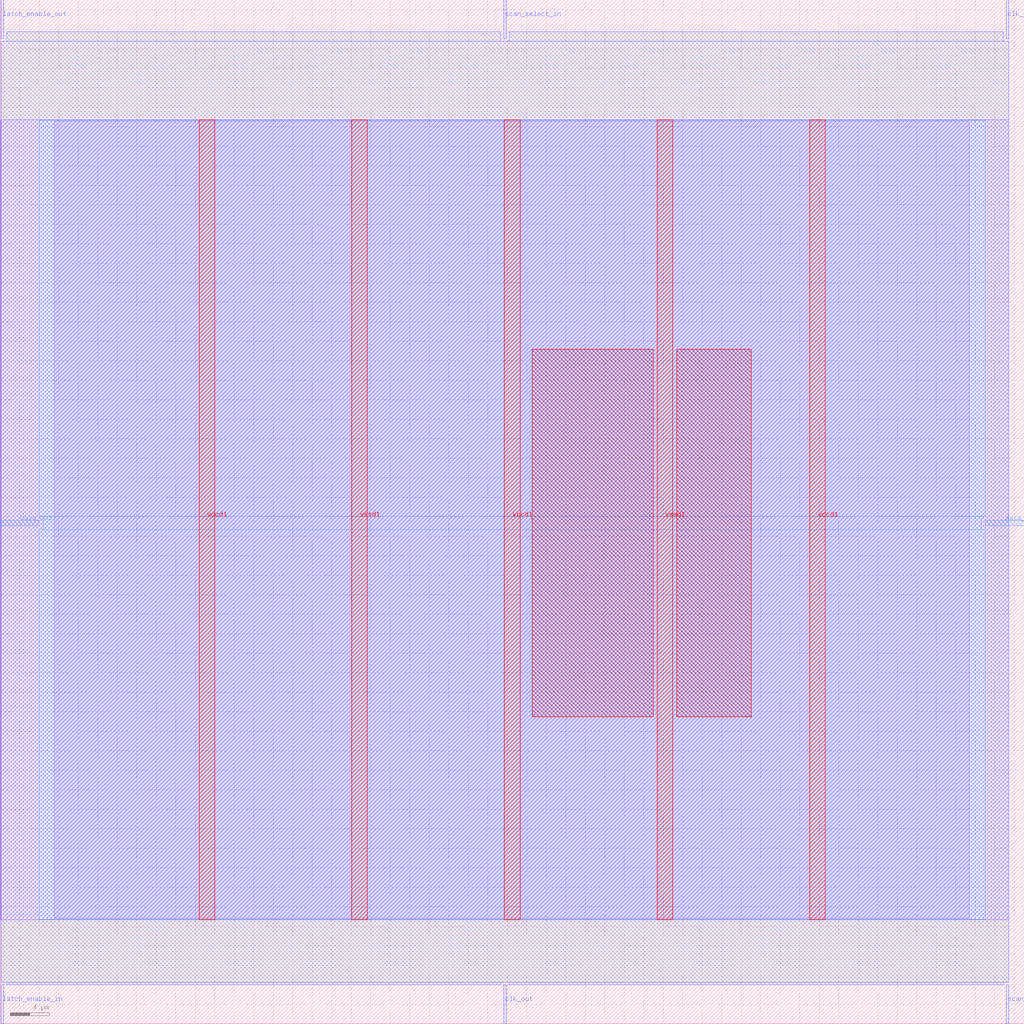
<source format=lef>
VERSION 5.7 ;
  NOWIREEXTENSIONATPIN ON ;
  DIVIDERCHAR "/" ;
  BUSBITCHARS "[]" ;
MACRO scan_wrapper_341457971277988435
  CLASS BLOCK ;
  FOREIGN scan_wrapper_341457971277988435 ;
  ORIGIN 0.000 0.000 ;
  SIZE 105.000 BY 105.000 ;
  PIN clk_in
    DIRECTION INPUT ;
    USE SIGNAL ;
    PORT
      LAYER met2 ;
        RECT 103.130 101.000 103.410 105.000 ;
    END
  END clk_in
  PIN clk_out
    DIRECTION OUTPUT TRISTATE ;
    USE SIGNAL ;
    PORT
      LAYER met2 ;
        RECT 51.610 0.000 51.890 4.000 ;
    END
  END clk_out
  PIN data_in
    DIRECTION INPUT ;
    USE SIGNAL ;
    PORT
      LAYER met3 ;
        RECT 101.000 51.040 105.000 51.640 ;
    END
  END data_in
  PIN data_out
    DIRECTION OUTPUT TRISTATE ;
    USE SIGNAL ;
    PORT
      LAYER met3 ;
        RECT 0.000 51.040 4.000 51.640 ;
    END
  END data_out
  PIN latch_enable_in
    DIRECTION INPUT ;
    USE SIGNAL ;
    PORT
      LAYER met2 ;
        RECT 0.090 0.000 0.370 4.000 ;
    END
  END latch_enable_in
  PIN latch_enable_out
    DIRECTION OUTPUT TRISTATE ;
    USE SIGNAL ;
    PORT
      LAYER met2 ;
        RECT 0.090 101.000 0.370 105.000 ;
    END
  END latch_enable_out
  PIN scan_select_in
    DIRECTION INPUT ;
    USE SIGNAL ;
    PORT
      LAYER met2 ;
        RECT 51.610 101.000 51.890 105.000 ;
    END
  END scan_select_in
  PIN scan_select_out
    DIRECTION OUTPUT TRISTATE ;
    USE SIGNAL ;
    PORT
      LAYER met2 ;
        RECT 103.130 0.000 103.410 4.000 ;
    END
  END scan_select_out
  PIN vccd1
    DIRECTION INPUT ;
    USE POWER ;
    PORT
      LAYER met4 ;
        RECT 20.380 10.640 21.980 92.720 ;
    END
    PORT
      LAYER met4 ;
        RECT 51.700 10.640 53.300 92.720 ;
    END
    PORT
      LAYER met4 ;
        RECT 83.020 10.640 84.620 92.720 ;
    END
  END vccd1
  PIN vssd1
    DIRECTION INPUT ;
    USE GROUND ;
    PORT
      LAYER met4 ;
        RECT 36.040 10.640 37.640 92.720 ;
    END
    PORT
      LAYER met4 ;
        RECT 67.360 10.640 68.960 92.720 ;
    END
  END vssd1
  OBS
      LAYER li1 ;
        RECT 5.520 10.795 99.360 92.565 ;
      LAYER met1 ;
        RECT 0.070 10.640 103.430 92.720 ;
      LAYER met2 ;
        RECT 0.650 100.720 51.330 101.730 ;
        RECT 52.170 100.720 102.850 101.730 ;
        RECT 0.100 4.280 103.400 100.720 ;
        RECT 0.650 4.000 51.330 4.280 ;
        RECT 52.170 4.000 102.850 4.280 ;
      LAYER met3 ;
        RECT 4.000 52.040 101.000 92.645 ;
        RECT 4.400 50.640 100.600 52.040 ;
        RECT 4.000 10.715 101.000 50.640 ;
      LAYER met4 ;
        RECT 54.575 31.455 66.960 69.185 ;
        RECT 69.360 31.455 76.985 69.185 ;
  END
END scan_wrapper_341457971277988435
END LIBRARY


</source>
